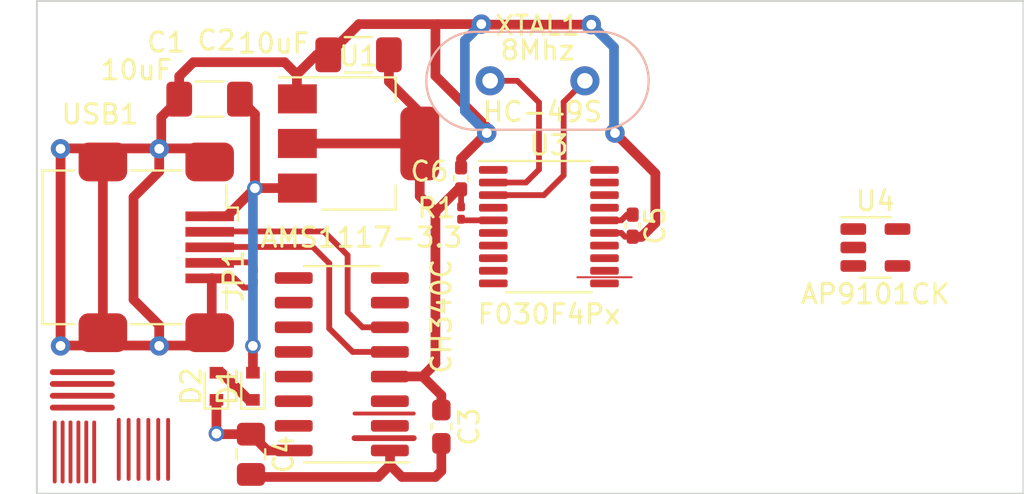
<source format=kicad_pcb>
(kicad_pcb (version 20211014) (generator pcbnew)
  (layers (0 "F.Cu" signal) (31 "B.Cu" signal) (34 "B.Paste" user) (35 "F.Paste" user) (36 "B.SilkS" user "B.Silkscreen") (37 "F.SilkS" user "F.Silkscreen") (38 "B.Mask" user) (39 "F.Mask" user) (44 "Edge.Cuts" user))
  (net 0 "")
  (net 1 "/VCC5")
  (net 2 "/D-")
  (net 3 "/D+")
  (net 4 "/VCC3")
  (net 18 "/A0")
  (net 19 "/A1")
  (net 20 "/A2")
  (net 21 "/A3")
  (net 22 "/LED")
  (net 31 "/GND")
  (net 32 "/ID")
  (net 33 "/X+")
  (net 34 "/X-")
  (net 35 "/VUSB")
  (net 36 "Net-(D1-Pad1)")
  (net 37 "/VDDA")
  (footprint "Package_SO:SOIC-16_3.9x9.9mm_P1.27mm" (layer "F.Cu") (at 117.3016 94.9256 180)
    (fp_text reference "U2" hide)
    (fp_text value "CH340C" (at -5.1264 2.4696 270) (layer "F.SilkS"))
    (fp_line (start 0 5.06) (end 1.95 5.06) (layer "F.SilkS") (width 0.12))
    (fp_line (start 0 -5.06) (end -3.45 -5.06) (layer "F.SilkS") (width 0.12))
    (fp_line (start 0 -5.06) (end 1.95 -5.06) (layer "F.SilkS") (width 0.12))
    (fp_line (start 0 5.06) (end -1.95 5.06) (layer "F.SilkS") (width 0.12))
    (pad "1" smd roundrect (at -2.475 -4.445 180) (size 1.95 0.6) (layers "F.Cu" "F.Paste" "F.Mask") (net 31 "/GND"))
    (pad "2" smd roundrect (at -2.475 -3.175 180) (size 1.95 0.6) (layers "F.Cu" "F.Paste" "F.Mask"))
    (pad "3" smd roundrect (at -2.475 -1.905 180) (size 1.95 0.6) (layers "F.Cu" "F.Paste" "F.Mask"))
    (pad "4" smd roundrect (at -2.475 -0.635 180) (size 1.95 0.6) (layers "F.Cu" "F.Paste" "F.Mask") (net 4 "/VCC3"))
    (pad "5" smd roundrect (at -2.475 0.635 180) (size 1.95 0.6) (layers "F.Cu" "F.Paste" "F.Mask") (net 3 "/D+"))
    (pad "6" smd roundrect (at -2.475 1.905 180) (size 1.95 0.6) (layers "F.Cu" "F.Paste" "F.Mask") (net 2 "/D-"))
    (pad "7" smd roundrect (at -2.475 3.175 180) (size 1.95 0.6) (layers "F.Cu" "F.Paste" "F.Mask"))
    (pad "8" smd roundrect (at -2.475 4.445 180) (size 1.95 0.6) (layers "F.Cu" "F.Paste" "F.Mask"))
    (pad "9" smd roundrect (at 2.475 4.445 180) (size 1.95 0.6) (layers "F.Cu" "F.Paste" "F.Mask"))
    (pad "10" smd roundrect (at 2.475 3.175 180) (size 1.95 0.6) (layers "F.Cu" "F.Paste" "F.Mask"))
    (pad "11" smd roundrect (at 2.475 1.905 180) (size 1.95 0.6) (layers "F.Cu" "F.Paste" "F.Mask"))
    (pad "12" smd roundrect (at 2.475 0.635 180) (size 1.95 0.6) (layers "F.Cu" "F.Paste" "F.Mask"))
    (pad "13" smd roundrect (at 2.475 -0.635 180) (size 1.95 0.6) (layers "F.Cu" "F.Paste" "F.Mask"))
    (pad "14" smd roundrect (at 2.475 -1.905 180) (size 1.95 0.6) (layers "F.Cu" "F.Paste" "F.Mask"))
    (pad "15" smd roundrect (at 2.475 -3.175 180) (size 1.95 0.6) (layers "F.Cu" "F.Paste" "F.Mask"))
    (pad "16" smd roundrect (at 2.475 -4.445 180) (size 1.95 0.6) (layers "F.Cu" "F.Paste" "F.Mask") (net 1 "/VCC5"))
  )
  (footprint "Capacitor_SMD:C_0402_1005Metric_Pad0.74x0.62mm_HandSolder" (layer "F.Cu") (at 123.444 85.344 90)
    (fp_text reference "C6" (at 0.3556 -1.6256 180) (layer "F.SilkS"))
    (fp_text value "C_Polarized_Small" hide)
    (fp_line (start -0.115835 -0.36) (end 0.115835 -0.36) (layer "F.SilkS") (width 0.12))
    (fp_line (start -0.115835 0.36) (end 0.115835 0.36) (layer "F.SilkS") (width 0.12))
    (pad "1" smd roundrect (at -0.5675 0 90) (size 0.735 0.62) (layers "F.Cu" "F.Paste" "F.Mask") (net 4 "/VCC3"))
    (pad "2" smd roundrect (at 0.5675 0 90) (size 0.735 0.62) (layers "F.Cu" "F.Paste" "F.Mask") (net 31 "/GND"))
  )
  (footprint "Capacitor_SMD:C_1206_3216Metric_Pad1.33x1.80mm_HandSolder" (layer "F.Cu") (at 110.4927 81.2604 180)
    (fp_text reference "C1" (at 2.2379 2.9268) (layer "F.SilkS"))
    (fp_text value "10uF" (at 3.7619 1.5044) (layer "F.SilkS"))
    (fp_line (start -0.711252 0.91) (end 0.711252 0.91) (layer "F.SilkS") (width 0.12))
    (fp_line (start -0.711252 -0.91) (end 0.711252 -0.91) (layer "F.SilkS") (width 0.12))
    (pad "1" smd roundrect (at -1.5625 0 180) (size 1.325 1.8) (layers "F.Cu" "F.Paste" "F.Mask") (roundrect_rratio 0.188679) (net 35 "/VUSB"))
    (pad "2" smd roundrect (at 1.5625 0 180) (size 1.325 1.8) (layers "F.Cu" "F.Paste" "F.Mask") (roundrect_rratio 0.188679) (net 31 "/GND"))
  )
  (footprint "Diode_SMD:D_SOD-523" (layer "F.Cu") (at 110.8456 96.0628 90)
    (fp_text reference "D2" (at 0 -1.3 90) (layer "F.SilkS"))
    (fp_text value "1N4148WT" hide)
    (fp_line (start -1.15 -0.6) (end -1.15 0.6) (layer "F.SilkS") (width 0.12))
    (fp_line (start 0.7 -0.6) (end -1.15 -0.6) (layer "F.SilkS") (width 0.12))
    (fp_line (start 0.7 0.6) (end -1.15 0.6) (layer "F.SilkS") (width 0.12))
    (pad "1" smd rect (at -0.7 0 270) (size 0.6 0.7) (layers "F.Cu" "F.Paste" "F.Mask") (net 1 "/VCC5"))
    (pad "2" smd rect (at 0.7 0 270) (size 0.6 0.7) (layers "F.Cu" "F.Paste" "F.Mask") (net 36 "Net-(D1-Pad1)"))
  )
  (footprint "Resistor_SMD:R_0201_0603Metric" (layer "F.Cu") (at 123.444 87.13 -90)
    (fp_text reference "R1" (at -0.254 1.27 180) (layer "F.SilkS"))
    (fp_text value "0R")
    (pad "1" smd roundrect (at -0.32 0 270) (size 0.46 0.4) (layers "F.Cu" "F.Mask") (net 4 "/VCC3"))
    (pad "2" smd roundrect (at 0.32 0 270) (size 0.46 0.4) (layers "F.Cu" "F.Mask") (net 37 "/VDDA"))
  )
  (footprint "Capacitor_SMD:C_0402_1005Metric_Pad0.74x0.62mm_HandSolder" (layer "F.Cu") (at 132.2788 87.7824 -90)
    (fp_text reference "C5" (at 0 -1.16 -90) (layer "F.SilkS"))
    (fp_text value "C_Polarized_Small" hide)
    (fp_line (start -0.115835 0.36) (end 0.115835 0.36) (layer "F.SilkS") (width 0.12))
    (fp_line (start -0.115835 -0.36) (end 0.115835 -0.36) (layer "F.SilkS") (width 0.12))
    (pad "1" smd roundrect (at -0.5675 0 270) (size 0.735 0.62) (layers "F.Cu" "F.Paste" "F.Mask") (net 4 "/VCC3"))
    (pad "2" smd roundrect (at 0.5675 0 270) (size 0.735 0.62) (layers "F.Cu" "F.Paste" "F.Mask") (net 31 "/GND"))
  )
  (footprint "Diode_SMD:D_SOD-523" (layer "F.Cu") (at 112.7252 96.0628 90)
    (fp_text reference "D1" (at 0 -1.3 90) (layer "F.SilkS"))
    (fp_text value "1N4148WT" hide)
    (fp_line (start -1.15 -0.6) (end -1.15 0.6) (layer "F.SilkS") (width 0.12))
    (fp_line (start 0.7 -0.6) (end -1.15 -0.6) (layer "F.SilkS") (width 0.12))
    (fp_line (start 0.7 0.6) (end -1.15 0.6) (layer "F.SilkS") (width 0.12))
    (pad "1" smd rect (at -0.7 0 270) (size 0.6 0.7) (layers "F.Cu" "F.Paste" "F.Mask") (net 36 "Net-(D1-Pad1)"))
    (pad "2" smd rect (at 0.7 0 270) (size 0.6 0.7) (layers "F.Cu" "F.Paste" "F.Mask") (net 35 "/VUSB"))
  )
  (footprint "Capacitor_SMD:C_1206_3216Metric_Pad1.33x1.80mm_HandSolder" (layer "F.Cu") (at 118.1652 78.9744 180)
    (fp_text reference "C2" (at 7.3196 0.7424) (layer "F.SilkS"))
    (fp_text value "10uF" (at 4.3732 0.59) (layer "F.SilkS"))
    (fp_line (start -0.711252 -0.91) (end 0.711252 -0.91) (layer "F.SilkS") (width 0.12))
    (fp_line (start -0.711252 0.91) (end 0.711252 0.91) (layer "F.SilkS") (width 0.12))
    (pad "1" smd roundrect (at -1.5625 0 180) (size 1.325 1.8) (layers "F.Cu" "F.Paste" "F.Mask") (roundrect_rratio 0.188679) (net 4 "/VCC3"))
    (pad "2" smd roundrect (at 1.5625 0 180) (size 1.325 1.8) (layers "F.Cu" "F.Paste" "F.Mask") (roundrect_rratio 0.188679) (net 31 "/GND"))
  )
  (footprint "Resistor_SMD:R_0201_0603Metric" (layer "F.Cu") (at 112.776 90.3732 90)
    (fp_text reference "JP1" (at 0 -1.05 90) (layer "F.SilkS"))
    (fp_text value "slave")
    (pad "1" smd roundrect (at -0.32 0 90) (size 0.46 0.4) (layers "F.Cu" "F.Mask") (net 31 "/GND"))
    (pad "2" smd roundrect (at 0.32 0 90) (size 0.46 0.4) (layers "F.Cu" "F.Mask") (net 32 "/ID"))
  )
  (footprint "Package_TO_SOT_SMD:SOT-223-3_TabPin2" (layer "F.Cu") (at 118.1652 83.5464)
    (fp_text reference "U1" (at 0 -4.5) (layer "F.SilkS"))
    (fp_text value "AMS1117-3.3" (at 0.148 4.8456) (layer "F.SilkS"))
    (fp_line (start 1.91 3.41) (end 1.91 2.15) (layer "F.SilkS") (width 0.12))
    (fp_line (start 1.91 -3.41) (end 1.91 -2.15) (layer "F.SilkS") (width 0.12))
    (fp_line (start -4.1 -3.41) (end 1.91 -3.41) (layer "F.SilkS") (width 0.12))
    (fp_line (start -1.85 3.41) (end 1.91 3.41) (layer "F.SilkS") (width 0.12))
    (pad "1" smd rect (at -3.15 -2.3) (size 2 1.5) (layers "F.Cu" "F.Paste" "F.Mask") (net 31 "/GND"))
    (pad "2" smd rect (at -3.15 0) (size 2 1.5) (layers "F.Cu" "F.Paste" "F.Mask") (net 4 "/VCC3"))
    (pad "2" smd roundrect (at 3.15 0) (size 2 3.8) (layers "F.Cu" "F.Paste" "F.Mask") (net 4 "/VCC3"))
    (pad "3" smd rect (at -3.15 2.3) (size 2 1.5) (layers "F.Cu" "F.Paste" "F.Mask") (net 35 "/VUSB"))
  )
  (footprint "Capacitor_SMD:C_0603_1608Metric_Pad1.08x0.95mm_HandSolder" (layer "F.Cu") (at 122.428 98.1456 -90)
    (fp_text reference "C3" (at 0 -1.43 -90) (layer "F.SilkS"))
    (fp_text value "0603")
    (fp_line (start -0.146267 -0.51) (end 0.146267 -0.51) (layer "F.SilkS") (width 0.12))
    (fp_line (start -0.146267 0.51) (end 0.146267 0.51) (layer "F.SilkS") (width 0.12))
    (pad "1" smd roundrect (at -0.8625 0 270) (size 1.075 0.95) (layers "F.Cu" "F.Paste" "F.Mask") (net 4 "/VCC3"))
    (pad "2" smd roundrect (at 0.8625 0 270) (size 1.075 0.95) (layers "F.Cu" "F.Paste" "F.Mask") (net 31 "/GND"))
  )
  (footprint "Package_TO_SOT_SMD:SOT-23-5" (layer "F.Cu") (at 144.78 88.908)
    (fp_text reference "U4" (at 0 -2.4) (layer "F.SilkS"))
    (fp_text value "AP9101CK" (at 0 2.4) (layer "F.SilkS"))
    (fp_line (start 0 1.56) (end 0.8 1.56) (layer "F.SilkS") (width 0.12))
    (fp_line (start 0 1.56) (end -0.8 1.56) (layer "F.SilkS") (width 0.12))
    (fp_line (start 0 -1.56) (end -1.8 -1.56) (layer "F.SilkS") (width 0.12))
    (fp_line (start 0 -1.56) (end 0.8 -1.56) (layer "F.SilkS") (width 0.12))
    (pad "1" smd roundrect (at -1.1375 -0.95) (size 1.325 0.6) (layers "F.Cu" "F.Paste" "F.Mask"))
    (pad "2" smd roundrect (at -1.1375 0) (size 1.325 0.6) (layers "F.Cu" "F.Paste" "F.Mask"))
    (pad "3" smd roundrect (at -1.1375 0.95) (size 1.325 0.6) (layers "F.Cu" "F.Paste" "F.Mask"))
    (pad "4" smd roundrect (at 1.1375 0.95) (size 1.325 0.6) (layers "F.Cu" "F.Paste" "F.Mask"))
    (pad "5" smd roundrect (at 1.1375 -0.95) (size 1.325 0.6) (layers "F.Cu" "F.Paste" "F.Mask"))
  )
  (footprint "Connector_USB:USB_Mini-B_DS1104" (layer "F.Cu") (at 107.8992 88.9 -90)
    (fp_text reference "USB1" (at -6.858 3.048 180) (layer "F.SilkS"))
    (fp_text value "USB_B_Mini")
    (fp_line (start 3.96 6.01) (end 3.96 4.35) (layer "F.SilkS") (width 0.12))
    (fp_line (start 3.96 -1.15) (end 3.96 1.45) (layer "F.SilkS") (width 0.12))
    (fp_line (start -3.96 6.01) (end 3.96 6.01) (layer "F.SilkS") (width 0.12))
    (fp_line (start -3.96 1.45) (end -3.96 -1.15) (layer "F.SilkS") (width 0.12))
    (fp_line (start -2.05 -4.05) (end -1.35 -4.05) (layer "F.SilkS") (width 0.12))
    (fp_line (start 2.05 -3.46) (end 3.2 -3.46) (layer "F.SilkS") (width 0.12))
    (fp_line (start -3.96 4.35) (end -3.96 6.01) (layer "F.SilkS") (width 0.12))
    (fp_line (start -3.2 -3.46) (end -2.05 -3.46) (layer "F.SilkS") (width 0.12))
    (fp_line (start -2.05 -3.46) (end -2.05 -4.05) (layer "F.SilkS") (width 0.12))
    (pad "" np_thru_hole circle (at 2.2 0 270) (size 0.9 0.9) (drill 0.9) (layers *.Cu *.Mask))
    (pad "" np_thru_hole circle (at -2.2 0 270) (size 0.9 0.9) (drill 0.9) (layers *.Cu *.Mask))
    (pad "1" smd rect (at -1.6 -2.6 270) (size 0.5 2.5) (layers "F.Cu" "F.Paste" "F.Mask") (net 35 "/VUSB"))
    (pad "2" smd rect (at -0.8 -2.6 270) (size 0.5 2.5) (layers "F.Cu" "F.Paste" "F.Mask") (net 2 "/D-"))
    (pad "3" smd rect (at 0 -2.6 270) (size 0.5 2.5) (layers "F.Cu" "F.Paste" "F.Mask") (net 3 "/D+"))
    (pad "4" smd rect (at 0.8 -2.6 270) (size 0.5 2.5) (layers "F.Cu" "F.Paste" "F.Mask") (net 32 "/ID"))
    (pad "5" smd rect (at 1.6 -2.6 270) (size 0.5 2.5) (layers "F.Cu" "F.Paste" "F.Mask") (net 31 "/GND"))
    (pad "6" thru_hole circle (at -5.08 0 270) (size 1 1) (drill 0.5) (layers *.Cu *.Mask) (net 31 "/GND"))
    (pad "6" smd roundrect (at -4.4 -2.6 270) (size 2 2.5) (layers "F.Cu" "F.Paste" "F.Mask") (net 31 "/GND"))
    (pad "6" smd roundrect (at 4.4 2.9 270) (size 2 2.5) (layers "F.Cu" "F.Paste" "F.Mask") (net 31 "/GND"))
    (pad "6" thru_hole circle (at -5.08 5.08 270) (size 1 1) (drill 0.5) (layers *.Cu *.Mask) (net 31 "/GND"))
    (pad "6" smd roundrect (at 4.4 -2.6 270) (size 2 2.5) (layers "F.Cu" "F.Paste" "F.Mask") (net 31 "/GND"))
    (pad "6" smd roundrect (at -4.4 2.9 270) (size 2 2.5) (layers "F.Cu" "F.Paste" "F.Mask") (net 31 "/GND"))
    (pad "6" thru_hole circle (at 5.08 5.08 270) (size 1 1) (drill 0.5) (layers *.Cu *.Mask) (net 31 "/GND"))
    (pad "6" thru_hole circle (at 5.08 0 270) (size 1 1) (drill 0.5) (layers *.Cu *.Mask) (net 31 "/GND"))
  )
  (footprint "Package_SO:TSSOP-20_4.4x6.5mm_P0.65mm" (layer "F.Cu") (at 127.9652 87.8332)
    (fp_text reference "U3" (at 0 -4.2) (layer "F.SilkS"))
    (fp_text value "F030F4Px" (at 0 4.5212) (layer "F.SilkS"))
    (fp_line (start 0 3.385) (end 2.2 3.385) (layer "F.SilkS") (width 0.12))
    (fp_line (start 0 -3.385) (end -3.6 -3.385) (layer "F.SilkS") (width 0.12))
    (fp_line (start 0 3.385) (end -2.2 3.385) (layer "F.SilkS") (width 0.12))
    (fp_line (start 0 -3.385) (end 2.2 -3.385) (layer "F.SilkS") (width 0.12))
    (pad "1" smd roundrect (at -2.8625 -2.925) (size 1.475 0.4) (layers "F.Cu" "F.Paste" "F.Mask"))
    (pad "2" smd roundrect (at -2.8625 -2.275) (size 1.475 0.4) (layers "F.Cu" "F.Paste" "F.Mask") (net 33 "/X+"))
    (pad "3" smd roundrect (at -2.8625 -1.625) (size 1.475 0.4) (layers "F.Cu" "F.Paste" "F.Mask") (net 34 "/X-"))
    (pad "4" smd roundrect (at -2.8625 -0.975) (size 1.475 0.4) (layers "F.Cu" "F.Paste" "F.Mask"))
    (pad "5" smd roundrect (at -2.8625 -0.325) (size 1.475 0.4) (layers "F.Cu" "F.Paste" "F.Mask") (net 37 "/VDDA"))
    (pad "6" smd roundrect (at -2.8625 0.325) (size 1.475 0.4) (layers "F.Cu" "F.Paste" "F.Mask") (net 18 "/A0"))
    (pad "7" smd roundrect (at -2.8625 0.975) (size 1.475 0.4) (layers "F.Cu" "F.Paste" "F.Mask") (net 19 "/A1"))
    (pad "8" smd roundrect (at -2.8625 1.625) (size 1.475 0.4) (layers "F.Cu" "F.Paste" "F.Mask") (net 20 "/A2"))
    (pad "9" smd roundrect (at -2.8625 2.275) (size 1.475 0.4) (layers "F.Cu" "F.Paste" "F.Mask") (net 21 "/A3"))
    (pad "10" smd roundrect (at -2.8625 2.925) (size 1.475 0.4) (layers "F.Cu" "F.Paste" "F.Mask") (net 22 "/LED"))
    (pad "11" smd roundrect (at 2.8625 2.925) (size 1.475 0.4) (layers "F.Cu" "F.Paste" "F.Mask"))
    (pad "12" smd roundrect (at 2.8625 2.275) (size 1.475 0.4) (layers "F.Cu" "F.Paste" "F.Mask"))
    (pad "13" smd roundrect (at 2.8625 1.625) (size 1.475 0.4) (layers "F.Cu" "F.Paste" "F.Mask"))
    (pad "14" smd roundrect (at 2.8625 0.975) (size 1.475 0.4) (layers "F.Cu" "F.Paste" "F.Mask"))
    (pad "15" smd roundrect (at 2.8625 0.325) (size 1.475 0.4) (layers "F.Cu" "F.Paste" "F.Mask") (net 31 "/GND"))
    (pad "16" smd roundrect (at 2.8625 -0.325) (size 1.475 0.4) (layers "F.Cu" "F.Paste" "F.Mask") (net 4 "/VCC3"))
    (pad "17" smd roundrect (at 2.8625 -0.975) (size 1.475 0.4) (layers "F.Cu" "F.Paste" "F.Mask"))
    (pad "18" smd roundrect (at 2.8625 -1.625) (size 1.475 0.4) (layers "F.Cu" "F.Paste" "F.Mask"))
    (pad "19" smd roundrect (at 2.8625 -2.275) (size 1.475 0.4) (layers "F.Cu" "F.Paste" "F.Mask"))
    (pad "20" smd roundrect (at 2.8625 -2.925) (size 1.475 0.4) (layers "F.Cu" "F.Paste" "F.Mask"))
  )
  (footprint "Capacitor_SMD:C_0805_2012Metric_Pad1.18x1.45mm_HandSolder" (layer "F.Cu") (at 112.6236 99.568 -90)
    (fp_text reference "C4" (at 0 -1.68 -90) (layer "F.SilkS"))
    (fp_text value "0805")
    (fp_line (start -0.261252 0.735) (end 0.261252 0.735) (layer "F.SilkS") (width 0.12))
    (fp_line (start -0.261252 -0.735) (end 0.261252 -0.735) (layer "F.SilkS") (width 0.12))
    (pad "1" smd roundrect (at -1.0375 0 270) (size 1.175 1.45) (layers "F.Cu" "F.Paste" "F.Mask") (roundrect_rratio 0.212766) (net 1 "/VCC5"))
    (pad "2" smd roundrect (at 1.0375 0 270) (size 1.175 1.45) (layers "F.Cu" "F.Paste" "F.Mask") (roundrect_rratio 0.212766) (net 31 "/GND"))
  )
  (footprint "crystal:Crystal_HC49-2P_mill" (layer "B.Cu") (at 129.8194 80.3148 180)
    (fp_text reference "XTAL1" (at 2.44 2.8448) (layer "F.SilkS"))
    (fp_text value "8Mhz" (at 2.44 1.5748) (layer "F.SilkS"))
    (fp_text user "${Part}" (at 2.1844 -1.6002 unlocked) (layer "F.SilkS"))
    (fp_line (start -0.76 -2.525) (end 5.64 -2.525) (layer "B.SilkS") (width 0.12))
    (fp_line (start -0.76 2.525) (end 5.64 2.525) (layer "B.SilkS") (width 0.12))
    (fp_arc (start 5.64 -2.525) (mid 8.165 0) (end 5.64 2.525) (layer "B.SilkS") (width 0.12))
    (fp_arc (start -0.76 2.525) (mid -3.285 0) (end -0.76 -2.525) (layer "B.SilkS") (width 0.12))
    (pad "1" thru_hole circle (at 0 0 180) (size 1.5 1.5) (drill 0.8) (layers *.Cu *.Mask) (net 34 "/X-"))
    (pad "2" thru_hole circle (at 4.88 0 180) (size 1.5 1.5) (drill 0.8) (layers *.Cu *.Mask) (net 33 "/X+"))
  )
  (gr_rect (start 101.6 76.2) (end 152.4 101.6) (layer "Edge.Cuts") (width 0.1) (fill none))
  (segment (start 106.8324 97.79) (end 106.8324 100.838) (width 0.2) (layer "F.Cu") (net 0))
  (segment (start 121.0056 98.7356) (end 117.9576 98.7356) (width 0.3) (layer "F.Cu") (net 0))
  (segment (start 104.5508 97.9228) (end 104.5508 100.9708) (width 0.2) (layer "F.Cu") (net 0))
  (segment (start 107.3404 97.79) (end 107.3404 100.838) (width 0.2) (layer "F.Cu") (net 0))
  (segment (start 105.4652 95.9416) (end 102.4172 95.9416) (width 0.3) (layer "F.Cu") (net 0))
  (segment (start 105.4652 96.5512) (end 102.4172 96.5512) (width 0.3) (layer "F.Cu") (net 0))
  (segment (start 129.434 90.4436) (end 132.228 90.4436) (width 0.1) (layer "F.Cu") (net 0))
  (segment (start 107.8484 97.79) (end 107.8484 100.838) (width 0.2) (layer "F.Cu") (net 0))
  (segment (start 105.4652 97.1608) (end 102.4172 97.1608) (width 0.3) (layer "F.Cu") (net 0))
  (segment (start 103.738 97.9228) (end 103.738 100.9708) (width 0.2) (layer "F.Cu") (net 0))
  (segment (start 103.3316 97.9228) (end 103.3316 100.9708) (width 0.2) (layer "F.Cu") (net 0))
  (segment (start 106.3244 97.79) (end 106.3244 100.838) (width 0.2) (layer "F.Cu") (net 0))
  (segment (start 104.1444 97.9228) (end 104.1444 100.9708) (width 0.2) (layer "F.Cu") (net 0))
  (segment (start 102.5188 97.9228) (end 102.5188 100.9708) (width 0.2) (layer "F.Cu") (net 0))
  (segment (start 121.0056 97.4656) (end 117.9576 97.4656) (width 0.2) (layer "F.Cu") (net 0))
  (segment (start 102.9252 97.9228) (end 102.9252 100.9708) (width 0.2) (layer "F.Cu") (net 0))
  (segment (start 105.4652 95.332) (end 102.4172 95.332) (width 0.3) (layer "F.Cu") (net 0))
  (segment (start 110.8456 98.5012) (end 110.8749 98.5305) (width 0.5) (layer "F.Cu") (net 1))
  (segment (start 114.8266 99.3706) (end 113.4637 99.3706) (width 0.5) (layer "F.Cu") (net 1))
  (segment (start 114.808 99.3892) (end 114.8266 99.3706) (width 0.5) (layer "F.Cu") (net 1))
  (segment (start 113.4637 99.3706) (end 112.6236 98.5305) (width 0.5) (layer "F.Cu") (net 1))
  (segment (start 110.8749 98.5305) (end 112.6236 98.5305) (width 0.5) (layer "F.Cu") (net 1))
  (segment (start 110.8456 98.5012) (end 110.8456 96.7628) (width 0.5) (layer "F.Cu") (net 1))
  (segment (start 114.8266 99.3706) (end 113.6443 99.3706) (width 0.3) (layer "F.Cu") (net 1))
  (via (at 110.8456 98.5012) (size 0.8) (drill 0.5) (layers "F.Cu" "B.Cu") (net 1))
  (segment (start 116.376 88.0804) (end 110.6052 88.0804) (width 0.3) (layer "F.Cu") (net 2))
  (segment (start 119.7766 93.0206) (end 118.3698 93.0206) (width 0.3) (layer "F.Cu") (net 2))
  (segment (start 117.602 92.2528) (end 117.602 89.3064) (width 0.3) (layer "F.Cu") (net 2))
  (segment (start 118.3698 93.0206) (end 117.602 92.2528) (width 0.3) (layer "F.Cu") (net 2))
  (segment (start 117.602 89.3064) (end 116.376 88.0804) (width 0.3) (layer "F.Cu") (net 2))
  (segment (start 110.6052 88.8804) (end 115.810534 88.8804) (width 0.3) (layer "F.Cu") (net 3))
  (segment (start 117.8618 94.2906) (end 119.7766 94.2906) (width 0.3) (layer "F.Cu") (net 3))
  (segment (start 116.654075 93.082875) (end 117.8618 94.2906) (width 0.3) (layer "F.Cu") (net 3))
  (segment (start 116.654075 89.723941) (end 116.654075 93.082875) (width 0.3) (layer "F.Cu") (net 3))
  (segment (start 115.810534 88.8804) (end 116.654075 89.723941) (width 0.3) (layer "F.Cu") (net 3))
  (segment (start 121.4628 95.5548) (end 119.7824 95.5548) (width 0.5) (layer "F.Cu") (net 4))
  (segment (start 123.2829 85.9115) (end 122.1232 87.0712) (width 0.5) (layer "F.Cu") (net 4))
  (segment (start 123.444 85.9115) (end 123.444 86.77) (width 0.3) (layer "F.Cu") (net 4))
  (segment (start 119.7708 95.5548) (end 119.7766 95.5606) (width 0.3) (layer "F.Cu") (net 4))
  (segment (start 130.8277 87.5082) (end 131.693017 87.5082) (width 0.3) (layer "F.Cu") (net 4))
  (segment (start 121.4628 95.5548) (end 122.1232 94.8944) (width 0.5) (layer "F.Cu") (net 4))
  (segment (start 121.3152 86.2632) (end 121.3152 83.5464) (width 0.5) (layer "F.Cu") (net 4))
  (segment (start 121.3152 81.9452) (end 119.7277 80.3577) (width 0.5) (layer "F.Cu") (net 4))
  (segment (start 119.7277 80.3577) (end 119.7277 78.9744) (width 0.5) (layer "F.Cu") (net 4))
  (segment (start 122.1232 94.8944) (end 122.1232 87.0712) (width 0.5) (layer "F.Cu") (net 4))
  (segment (start 121.3152 83.5464) (end 121.3152 81.9452) (width 0.5) (layer "F.Cu") (net 4))
  (segment (start 122.428 97.1081) (end 122.428 96.52) (width 0.5) (layer "F.Cu") (net 4))
  (segment (start 119.7824 95.5548) (end 119.7766 95.5606) (width 0.5) (layer "F.Cu") (net 4))
  (segment (start 122.428 96.52) (end 121.4628 95.5548) (width 0.5) (layer "F.Cu") (net 4))
  (segment (start 131.986317 87.2149) (end 132.2788 87.2149) (width 0.3) (layer "F.Cu") (net 4))
  (segment (start 115.0152 83.5464) (end 121.3152 83.5464) (width 0.5) (layer "F.Cu") (net 4))
  (segment (start 123.444 85.9115) (end 123.2829 85.9115) (width 0.5) (layer "F.Cu") (net 4))
  (segment (start 122.1232 87.0712) (end 121.3152 86.2632) (width 0.5) (layer "F.Cu") (net 4))
  (segment (start 131.693017 87.5082) (end 131.986317 87.2149) (width 0.3) (layer "F.Cu") (net 4))
  (segment (start 109.9252 93.9604) (end 110.6052 93.2804) (width 0.5) (layer "F.Cu") (net 31))
  (segment (start 105.7852 93.9604) (end 105.1052 93.2804) (width 0.5) (layer "F.Cu") (net 31))
  (segment (start 109.6562 79.3554) (end 114.3552 79.3554) (width 0.5) (layer "F.Cu") (net 31))
  (segment (start 107.8992 92.9132) (end 106.5784 91.5924) (width 0.5) (layer "F.Cu") (net 31))
  (segment (start 122.428 100.4316) (end 122.1232 100.7364) (width 0.5) (layer "F.Cu") (net 31))
  (segment (start 122.2502 77.3938) (end 118.1862 77.3938) (width 0.5) (layer "F.Cu") (net 31))
  (segment (start 109.9252 83.8004) (end 110.6052 84.4804) (width 0.5) (layer "F.Cu") (net 31))
  (segment (start 102.9252 83.8004) (end 104.4252 83.8004) (width 0.5) (layer "F.Cu") (net 31))
  (segment (start 108.0052 93.9604) (end 109.9252 93.9604) (width 0.5) (layer "F.Cu") (net 31))
  (segment (start 124.4854 77.3938) (end 122.2502 77.3938) (width 0.5) (layer "F.Cu") (net 31))
  (segment (start 119.7864 100.1268) (end 119.1768 100.7364) (width 0.5) (layer "F.Cu") (net 31))
  (segment (start 102.9252 93.9604) (end 104.4252 93.9604) (width 0.5) (layer "F.Cu") (net 31))
  (segment (start 104.4252 93.9604) (end 105.1052 93.2804) (width 0.5) (layer "F.Cu") (net 31))
  (segment (start 110.6052 90.4804) (end 110.6052 93.2804) (width 0.5) (layer "F.Cu") (net 31))
  (segment (start 119.7864 100.1268) (end 119.7864 99.4356) (width 0.5) (layer "F.Cu") (net 31))
  (segment (start 116.6027 78.9744) (end 116.0062 78.9744) (width 0.5) (layer "F.Cu") (net 31))
  (segment (start 108.0052 83.8004) (end 105.7852 83.8004) (width 0.5) (layer "F.Cu") (net 31))
  (segment (start 124.7648 83.0072) (end 124.7648 82.7024) (width 0.5) (layer "F.Cu") (net 31))
  (segment (start 124.5108 77.4192) (end 124.4854 77.3938) (width 0.5) (layer "F.Cu") (net 31))
  (segment (start 133.4472 87.6496) (end 132.736 88.3608) (width 0.5) (layer "F.Cu") (net 31))
  (segment (start 104.4252 83.8004) (end 105.1052 84.4804) (width 0.5) (layer "F.Cu") (net 31))
  (segment (start 131.884717 88.3499) (end 131.693017 88.1582) (width 0.3) (layer "F.Cu") (net 31))
  (segment (start 114.3552 79.3554) (end 114.9902 79.9904) (width 0.5) (layer "F.Cu") (net 31))
  (segment (start 130.1496 77.4192) (end 124.5108 77.4192) (width 0.5) (layer "F.Cu") (net 31))
  (segment (start 132.2788 88.3499) (end 131.884717 88.3499) (width 0.3) (layer "F.Cu") (net 31))
  (segment (start 118.1608 77.4192) (end 118.1579 77.4192) (width 0.5) (layer "F.Cu") (net 31))
  (segment (start 118.1579 77.4192) (end 116.6027 78.9744) (width 0.5) (layer "F.Cu") (net 31))
  (segment (start 108.9302 81.2604) (end 108.9302 80.0814) (width 0.5) (layer "F.Cu") (net 31))
  (segment (start 113.1835 100.7364) (end 112.8776 100.4305) (width 0.5) (layer "F.Cu") (net 31))
  (segment (start 106.5784 86.3092) (end 107.8992 84.9884) (width 0.5) (layer "F.Cu") (net 31))
  (segment (start 133.4472 85.0856) (end 133.4472 87.6496) (width 0.5) (layer "F.Cu") (net 31))
  (segment (start 119.7864 99.4356) (end 119.7766 99.4356) (width 0.5) (layer "F.Cu") (net 31))
  (segment (start 132.736 88.3608) (end 132.519221 88.3608) (width 0.5) (layer "F.Cu") (net 31))
  (segment (start 112.2559 90.9707) (end 111.7852 90.5) (width 0.3) (layer "F.Cu") (net 31))
  (segment (start 130.8277 88.1582) (end 131.693017 88.1582) (width 0.3) (layer "F.Cu") (net 31))
  (segment (start 114.9902 79.9904) (end 114.9902 81.2214) (width 0.5) (layer "F.Cu") (net 31))
  (segment (start 106.5784 91.5924) (end 106.5784 86.3092) (width 0.5) (layer "F.Cu") (net 31))
  (segment (start 108.9302 80.0814) (end 109.6562 79.3554) (width 0.5) (layer "F.Cu") (net 31))
  (segment (start 132.508321 88.3499) (end 132.2788 88.3499) (width 0.5) (layer "F.Cu") (net 31))
  (segment (start 122.1232 80.0608) (end 122.1232 77.5208) (width 0.5) (layer "F.Cu") (net 31))
  (segment (start 112.6744 90.9707) (end 112.2559 90.9707) (width 0.3) (layer "F.Cu") (net 31))
  (segment (start 131.4704 83.1088) (end 133.4472 85.0856) (width 0.5) (layer "F.Cu") (net 31))
  (segment (start 118.1862 77.3938) (end 118.1608 77.4192) (width 0.5) (layer "F.Cu") (net 31))
  (segment (start 111.7852 90.5) (end 110.4992 90.5) (width 0.3) (layer "F.Cu") (net 31))
  (segment (start 105.8164 97.79) (end 105.8164 100.838) (width 0.2) (layer "F.Cu") (net 31))
  (segment (start 107.8992 93.98) (end 107.8992 92.9132) (width 0.5) (layer "F.Cu") (net 31))
  (segment (start 122.1232 100.7364) (end 120.396 100.7364) (width 0.5) (layer "F.Cu") (net 31))
  (segment (start 107.8992 84.9884) (end 107.8992 83.82) (width 0.5) (layer "F.Cu") (net 31))
  (segment (start 108.0052 83.8004) (end 108.0052 82.1854) (width 0.5) (layer "F.Cu") (net 31))
  (segment (start 108.0052 83.8004) (end 109.9252 83.8004) (width 0.5) (layer "F.Cu") (net 31))
  (segment (start 108.0052 93.9604) (end 105.7852 93.9604) (width 0.5) (layer "F.Cu") (net 31))
  (segment (start 120.396 100.7364) (end 119.7864 100.1268) (width 0.5) (layer "F.Cu") (net 31))
  (segment (start 105.7852 83.8004) (end 105.1052 84.4804) (width 0.5) (layer "F.Cu") (net 31))
  (segment (start 108.0052 82.1854) (end 108.9302 81.2604) (width 0.5) (layer "F.Cu") (net 31))
  (segment (start 108.3564 97.79) (end 108.3564 100.838) (width 0.2) (layer "F.Cu") (net 31))
  (segment (start 104.9992 93.3) (end 104.9992 84.5) (width 0.5) (layer "F.Cu") (net 31))
  (segment (start 119.1768 100.7364) (end 113.1835 100.7364) (width 0.5) (layer "F.Cu") (net 31))
  (segment (start 123.444 84.328) (end 124.7648 83.0072) (width 0.5) (layer "F.Cu") (net 31))
  (segment (start 124.7648 82.7024) (end 122.1232 80.0608) (width 0.5) (layer "F.Cu") (net 31))
  (segment (start 102.8192 93.98) (end 102.8192 83.82) (width 0.5) (layer "F.Cu") (net 31))
  (segment (start 114.9902 81.2214) (end 115.0152 81.2464) (width 0.5) (layer "F.Cu") (net 31))
  (segment (start 123.444 84.7765) (end 123.444 84.328) (width 0.5) (layer "F.Cu") (net 31))
  (segment (start 132.519221 88.3608) (end 132.508321 88.3499) (width 0.5) (layer "F.Cu") (net 31))
  (segment (start 122.428 99.1831) (end 122.428 100.4316) (width 0.5) (layer "F.Cu") (net 31))
  (segment (start 116.0062 78.9744) (end 114.9902 79.9904) (width 0.5) (layer "F.Cu") (net 31))
  (via (at 124.7648 83.0072) (size 1) (drill 0.5) (layers "F.Cu" "B.Cu") (net 31))
  (via (at 131.3688 83.0072) (size 1) (drill 0.5) (layers "F.Cu" "B.Cu") (net 31))
  (via (at 130.1496 77.4192) (size 1) (drill 0.5) (layers "F.Cu" "B.Cu") (net 31))
  (via (at 124.4854 77.3938) (size 1) (drill 0.5) (layers "F.Cu" "B.Cu") (net 31))
  (segment (start 123.6394 78.2398) (end 123.6394 81.8818) (width 0.5) (layer "B.Cu") (net 31))
  (segment (start 131.318 78.5876) (end 131.318 83.1088) (width 0.5) (layer "B.Cu") (net 31))
  (segment (start 123.6394 81.8818) (end 124.7648 83.0072) (width 0.5) (layer "B.Cu") (net 31))
  (segment (start 124.4854 77.3938) (end 123.6394 78.2398) (width 0.5) (layer "B.Cu") (net 31))
  (segment (start 130.1496 77.4192) (end 131.318 78.5876) (width 0.5) (layer "B.Cu") (net 31))
  (segment (start 112.776 89.6741) (end 110.5251 89.6741) (width 0.3) (layer "F.Cu") (net 32))
  (segment (start 112.776 89.7992) (end 112.6768 89.7) (width 0.2) (layer "F.Cu") (net 32))
  (segment (start 110.5251 89.6741) (end 110.4992 89.7) (width 0.3) (layer "F.Cu") (net 32))
  (segment (start 127.4572 84.8868) (end 127.4572 81.4324) (width 0.3) (layer "F.Cu") (net 33))
  (segment (start 126.7858 85.5582) (end 127.4572 84.8868) (width 0.3) (layer "F.Cu") (net 33))
  (segment (start 126.3396 80.3148) (end 124.9394 80.3148) (width 0.3) (layer "F.Cu") (net 33))
  (segment (start 127.4572 81.4324) (end 126.3396 80.3148) (width 0.3) (layer "F.Cu") (net 33))
  (segment (start 125.1027 85.5582) (end 126.7858 85.5582) (width 0.3) (layer "F.Cu") (net 33))
  (segment (start 127.7106 86.2082) (end 128.7272 85.1916) (width 0.3) (layer "F.Cu") (net 34))
  (segment (start 125.1027 86.2082) (end 127.7106 86.2082) (width 0.3) (layer "F.Cu") (net 34))
  (segment (start 128.7272 81.407) (end 129.8194 80.3148) (width 0.3) (layer "F.Cu") (net 34))
  (segment (start 128.7272 85.1916) (end 128.7272 81.407) (width 0.3) (layer "F.Cu") (net 34))
  (segment (start 110.4992 87.3) (end 111.3788 87.3) (width 0.5) (layer "F.Cu") (net 35))
  (segment (start 111.3788 87.3) (end 112.8268 85.852) (width 0.5) (layer "F.Cu") (net 35))
  (segment (start 112.8312 85.7054) (end 112.8312 82.0364) (width 0.5) (layer "F.Cu") (net 35))
  (segment (start 115.0152 85.8464) (end 112.9722 85.8464) (width 0.5) (layer "F.Cu") (net 35))
  (segment (start 112.7252 95.3628) (end 112.7252 93.98) (width 0.5) (layer "F.Cu") (net 35))
  (segment (start 112.8312 82.0364) (end 112.0552 81.2604) (width 0.5) (layer "F.Cu") (net 35))
  (segment (start 112.9722 85.8464) (end 112.8312 85.7054) (width 0.5) (layer "F.Cu") (net 35))
  (via (at 112.7252 93.98) (size 0.8) (drill 0.5) (layers "F.Cu" "B.Cu") (net 35))
  (via (at 112.8268 85.852) (size 0.8) (drill 0.5) (layers "F.Cu" "B.Cu") (net 35))
  (segment (start 112.7252 85.9536) (end 112.8268 85.852) (width 0.5) (layer "B.Cu") (net 35))
  (segment (start 112.7252 93.98) (end 112.7252 85.9536) (width 0.5) (layer "B.Cu") (net 35))
  (segment (start 111.1108 95.3628) (end 110.8456 95.3628) (width 0.5) (layer "F.Cu") (net 36))
  (segment (start 112.5108 96.7628) (end 111.1108 95.3628) (width 0.5) (layer "F.Cu") (net 36))
  (segment (start 112.7252 96.7628) (end 112.5108 96.7628) (width 0.5) (layer "F.Cu") (net 36))
  (segment (start 123.4622 87.5082) (end 123.444 87.49) (width 0.3) (layer "F.Cu") (net 37))
  (segment (start 125.1027 87.5082) (end 123.4622 87.5082) (width 0.3) (layer "F.Cu") (net 37))
)
</source>
